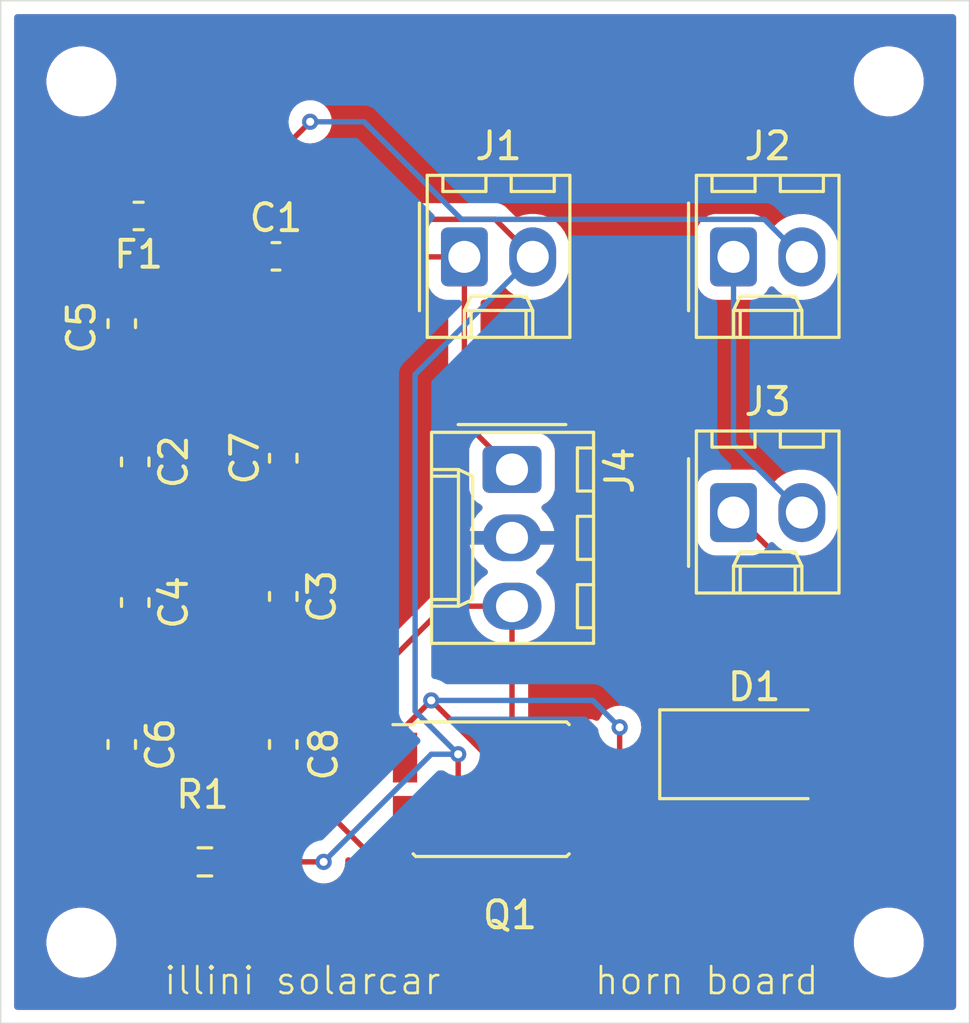
<source format=kicad_pcb>
(kicad_pcb (version 20240108) (generator "pcbnew") (generator_version "8.0")
  (layers (0 "F.Cu" signal) (31 "B.Cu" signal) (34 "B.Paste" user) (35 "F.Paste" user) (36 "B.SilkS" user "B.Silkscreen") (37 "F.SilkS" user "F.Silkscreen") (38 "B.Mask" user) (39 "F.Mask" user) (44 "Edge.Cuts" user))
  (net 0 "")
  (net 1 "GND")
  (net 2 "Net-(J1-Pin_2)")
  (net 3 "+24V")
  (net 4 "Net-(D1-K)")
  (net 5 "Net-(D1-A)")
  (net 6 "Net-(J2-Pin_2)")
  (net 7 "Net-(J2-Pin_1)")
  (footprint "Fuse:Fuse_0603_1608Metric_Pad1.05x0.95mm_HandSolder" (layer "F.Cu") (at 123.125 76 180)
    (property "Reference" "F1" (at 0 -1.43 0) (layer "F.SilkS"))
    (property "Value" "2A")
    (fp_line (start -0.171267 0.51) (end 0.171267 0.51) (stroke (width 0.12)) (layer "F.SilkS"))
    (fp_line (start -0.171267 -0.51) (end 0.171267 -0.51) (stroke (width 0.12)) (layer "F.SilkS"))
    (pad "1" smd roundrect (at -0.875 0 180) (size 1.05 0.95) (layers "F.Cu" "F.Paste" "F.Mask") (net 6 "Net-(J2-Pin_2)"))
    (pad "2" smd roundrect (at 0.875 0 180) (size 1.05 0.95) (layers "F.Cu" "F.Paste" "F.Mask") (net 3 "+24V"))
  )
  (footprint "Connector_Molex:Molex_KK-254_AE-6410-02A_1x02_P2.54mm_Vertical" (layer "F.Cu") (at 135.23 77.52)
    (property "Reference" "J1" (at 1.27 -4.12 0) (layer "F.SilkS"))
    (property "Value" "Conn_01x02")
    (fp_line (start -1.67 -2) (end -1.67 2) (stroke (width 0.12)) (layer "F.SilkS"))
    (fp_line (start -1.38 -3.03) (end -1.38 2.99) (stroke (width 0.12)) (layer "F.SilkS"))
    (fp_line (start -1.38 2.99) (end 3.92 2.99) (stroke (width 0.12)) (layer "F.SilkS"))
    (fp_line (start -0.8 -3.03) (end -0.8 -2.43) (stroke (width 0.12)) (layer "F.SilkS"))
    (fp_line (start -0.8 -2.43) (end 0.8 -2.43) (stroke (width 0.12)) (layer "F.SilkS"))
    (fp_line (start 0 1.99) (end 0.25 1.46) (stroke (width 0.12)) (layer "F.SilkS"))
    (fp_line (start 0 1.99) (end 2.54 1.99) (stroke (width 0.12)) (layer "F.SilkS"))
    (fp_line (start 0 2.99) (end 0 1.99) (stroke (width 0.12)) (layer "F.SilkS"))
    (fp_line (start 0.25 1.46) (end 2.29 1.46) (stroke (width 0.12)) (layer "F.SilkS"))
    (fp_line (start 0.25 2.99) (end 0.25 1.99) (stroke (width 0.12)) (layer "F.SilkS"))
    (fp_line (start 0.8 -2.43) (end 0.8 -3.03) (stroke (width 0.12)) (layer "F.SilkS"))
    (fp_line (start 1.74 -3.03) (end 1.74 -2.43) (stroke (width 0.12)) (layer "F.SilkS"))
    (fp_line (start 1.74 -2.43) (end 3.34 -2.43) (stroke (width 0.12)) (layer "F.SilkS"))
    (fp_line (start 2.29 1.46) (end 2.54 1.99) (stroke (width 0.12)) (layer "F.SilkS"))
    (fp_line (start 2.29 2.99) (end 2.29 1.99) (stroke (width 0.12)) (layer "F.SilkS"))
    (fp_line (start 2.54 1.99) (end 2.54 2.99) (stroke (width 0.12)) (layer "F.SilkS"))
    (fp_line (start 3.34 -2.43) (end 3.34 -3.03) (stroke (width 0.12)) (layer "F.SilkS"))
    (fp_line (start 3.92 -3.03) (end -1.38 -3.03) (stroke (width 0.12)) (layer "F.SilkS"))
    (fp_line (start 3.92 2.99) (end 3.92 -3.03) (stroke (width 0.12)) (layer "F.SilkS"))
    (pad "1" thru_hole roundrect (at 0 0) (size 1.74 2.19) (drill 1.19) (layers "*.Cu" "*.Mask" "In1.Cu" "In2.Cu" "In3.Cu" "In4.Cu" "In5.Cu" "In6.Cu" "In7.Cu" "In8.Cu" "In9.Cu" "In10.Cu" "In11.Cu" "In12.Cu" "In13.Cu" "In14.Cu" "In15.Cu" "In16.Cu" "In17.Cu" "In18.Cu" "In19.Cu" "In20.Cu" "In21.Cu" "In22.Cu" "In23.Cu" "In24.Cu" "In25.Cu" "In26.Cu" "In27.Cu" "In28.Cu" "In29.Cu" "In30.Cu") (roundrect_rratio 0.143678) (net 1 "GND"))
    (pad "2" thru_hole oval (at 2.54 0) (size 1.74 2.19) (drill 1.19) (layers "*.Cu" "*.Mask" "In1.Cu" "In2.Cu" "In3.Cu" "In4.Cu" "In5.Cu" "In6.Cu" "In7.Cu" "In8.Cu" "In9.Cu" "In10.Cu" "In11.Cu" "In12.Cu" "In13.Cu" "In14.Cu" "In15.Cu" "In16.Cu" "In17.Cu" "In18.Cu" "In19.Cu" "In20.Cu" "In21.Cu" "In22.Cu" "In23.Cu" "In24.Cu" "In25.Cu" "In26.Cu" "In27.Cu" "In28.Cu" "In29.Cu" "In30.Cu") (net 2 "Net-(J1-Pin_2)"))
  )
  (footprint "Resistor_SMD:R_0603_1608Metric_Pad0.98x0.95mm_HandSolder" (layer "F.Cu") (at 125.5875 100 180)
    (property "Reference" "R1" (at 0.0875 2.5 0) (layer "F.SilkS"))
    (property "Value" "1k")
    (fp_line (start -0.254724 0.5225) (end 0.254724 0.5225) (stroke (width 0.12)) (layer "F.SilkS"))
    (fp_line (start -0.254724 -0.5225) (end 0.254724 -0.5225) (stroke (width 0.12)) (layer "F.SilkS"))
    (pad "1" smd roundrect (at -0.9125 0 180) (size 0.975 0.95) (layers "F.Cu" "F.Paste" "F.Mask") (net 2 "Net-(J1-Pin_2)"))
    (pad "2" smd roundrect (at 0.9125 0 180) (size 0.975 0.95) (layers "F.Cu" "F.Paste" "F.Mask") (net 1 "GND"))
  )
  (footprint "Capacitor_SMD:C_0603_1608Metric_Pad1.08x0.95mm_HandSolder" (layer "F.Cu") (at 122.5 80 90)
    (property "Reference" "C5" (at -0.1375 -1.5 90) (layer "F.SilkS"))
    (property "Value" "1uf")
    (fp_line (start -0.146267 -0.51) (end 0.146267 -0.51) (stroke (width 0.12)) (layer "F.SilkS"))
    (fp_line (start -0.146267 0.51) (end 0.146267 0.51) (stroke (width 0.12)) (layer "F.SilkS"))
    (pad "1" smd roundrect (at -0.8625 0 90) (size 1.075 0.95) (layers "F.Cu" "F.Paste" "F.Mask") (net 3 "+24V"))
    (pad "2" smd roundrect (at 0.8625 0 90) (size 1.075 0.95) (layers "F.Cu" "F.Paste" "F.Mask") (net 1 "GND"))
  )
  (footprint "MountingHole:MountingHole_2.1mm" (layer "F.Cu") (at 151 103)
    (property "Reference" "REF**" (hide yes))
    (property "Value" "MountingHole_2.1mm" (hide yes))
    (pad "" np_thru_hole circle (at 0 0) (size 2.1 2.1) (drill 2.1) (layers "*.Cu" "*.Mask" "In1.Cu" "In2.Cu" "In3.Cu" "In4.Cu" "In5.Cu" "In6.Cu" "In7.Cu" "In8.Cu" "In9.Cu" "In10.Cu" "In11.Cu" "In12.Cu" "In13.Cu" "In14.Cu" "In15.Cu" "In16.Cu" "In17.Cu" "In18.Cu" "In19.Cu" "In20.Cu" "In21.Cu" "In22.Cu" "In23.Cu" "In24.Cu" "In25.Cu" "In26.Cu" "In27.Cu" "In28.Cu" "In29.Cu" "In30.Cu"))
  )
  (footprint "Capacitor_SMD:C_0603_1608Metric_Pad1.08x0.95mm_HandSolder" (layer "F.Cu") (at 128.5 90.1375 -90)
    (property "Reference" "C3" (at 0 -1.43 90) (layer "F.SilkS"))
    (property "Value" "0.1uf")
    (fp_line (start -0.146267 0.51) (end 0.146267 0.51) (stroke (width 0.12)) (layer "F.SilkS"))
    (fp_line (start -0.146267 -0.51) (end 0.146267 -0.51) (stroke (width 0.12)) (layer "F.SilkS"))
    (pad "1" smd roundrect (at -0.8625 0 270) (size 1.075 0.95) (layers "F.Cu" "F.Paste" "F.Mask") (net 3 "+24V"))
    (pad "2" smd roundrect (at 0.8625 0 270) (size 1.075 0.95) (layers "F.Cu" "F.Paste" "F.Mask") (net 1 "GND"))
  )
  (footprint "MountingHole:MountingHole_2.1mm" (layer "F.Cu") (at 121 103)
    (property "Reference" "REF**" (hide yes))
    (property "Value" "MountingHole_2.1mm" (hide yes))
    (pad "" np_thru_hole circle (at 0 0) (size 2.1 2.1) (drill 2.1) (layers "*.Cu" "*.Mask" "In1.Cu" "In2.Cu" "In3.Cu" "In4.Cu" "In5.Cu" "In6.Cu" "In7.Cu" "In8.Cu" "In9.Cu" "In10.Cu" "In11.Cu" "In12.Cu" "In13.Cu" "In14.Cu" "In15.Cu" "In16.Cu" "In17.Cu" "In18.Cu" "In19.Cu" "In20.Cu" "In21.Cu" "In22.Cu" "In23.Cu" "In24.Cu" "In25.Cu" "In26.Cu" "In27.Cu" "In28.Cu" "In29.Cu" "In30.Cu"))
  )
  (footprint "Capacitor_SMD:C_0603_1608Metric_Pad1.08x0.95mm_HandSolder" (layer "F.Cu") (at 128.5 95.6375 -90)
    (property "Reference" "C8" (at 0.3625 -1.5 90) (layer "F.SilkS"))
    (property "Value" "10uf")
    (fp_line (start -0.146267 0.51) (end 0.146267 0.51) (stroke (width 0.12)) (layer "F.SilkS"))
    (fp_line (start -0.146267 -0.51) (end 0.146267 -0.51) (stroke (width 0.12)) (layer "F.SilkS"))
    (pad "1" smd roundrect (at -0.8625 0 270) (size 1.075 0.95) (layers "F.Cu" "F.Paste" "F.Mask") (net 3 "+24V"))
    (pad "2" smd roundrect (at 0.8625 0 270) (size 1.075 0.95) (layers "F.Cu" "F.Paste" "F.Mask") (net 1 "GND"))
  )
  (footprint "Capacitor_SMD:C_0603_1608Metric_Pad1.08x0.95mm_HandSolder" (layer "F.Cu") (at 123 90.3625 -90)
    (property "Reference" "C4" (at 0 -1.43 90) (layer "F.SilkS"))
    (property "Value" "0.1uf")
    (fp_line (start -0.146267 0.51) (end 0.146267 0.51) (stroke (width 0.12)) (layer "F.SilkS"))
    (fp_line (start -0.146267 -0.51) (end 0.146267 -0.51) (stroke (width 0.12)) (layer "F.SilkS"))
    (pad "1" smd roundrect (at -0.8625 0 270) (size 1.075 0.95) (layers "F.Cu" "F.Paste" "F.Mask") (net 3 "+24V"))
    (pad "2" smd roundrect (at 0.8625 0 270) (size 1.075 0.95) (layers "F.Cu" "F.Paste" "F.Mask") (net 1 "GND"))
  )
  (footprint "MountingHole:MountingHole_2.1mm" (layer "F.Cu") (at 121 71)
    (property "Reference" "REF**" (hide yes))
    (property "Value" "MountingHole_2.1mm" (hide yes))
    (pad "" np_thru_hole circle (at 0 0) (size 2.1 2.1) (drill 2.1) (layers "*.Cu" "*.Mask" "In1.Cu" "In2.Cu" "In3.Cu" "In4.Cu" "In5.Cu" "In6.Cu" "In7.Cu" "In8.Cu" "In9.Cu" "In10.Cu" "In11.Cu" "In12.Cu" "In13.Cu" "In14.Cu" "In15.Cu" "In16.Cu" "In17.Cu" "In18.Cu" "In19.Cu" "In20.Cu" "In21.Cu" "In22.Cu" "In23.Cu" "In24.Cu" "In25.Cu" "In26.Cu" "In27.Cu" "In28.Cu" "In29.Cu" "In30.Cu"))
  )
  (footprint "Connector_Molex:Molex_KK-254_AE-6410-03A_1x03_P2.54mm_Vertical" (layer "F.Cu") (at 137 85.42 -90)
    (property "Reference" "J4" (at 0.04 -4 90) (layer "F.SilkS"))
    (property "Value" "Conn_01x03")
    (fp_line (start -1.38 2.99) (end 6.46 2.99) (stroke (width 0.12)) (layer "F.SilkS"))
    (fp_line (start 0 2.99) (end 0 1.99) (stroke (width 0.12)) (layer "F.SilkS"))
    (fp_line (start 0.25 2.99) (end 0.25 1.99) (stroke (width 0.12)) (layer "F.SilkS"))
    (fp_line (start 4.83 2.99) (end 4.83 1.99) (stroke (width 0.12)) (layer "F.SilkS"))
    (fp_line (start 6.46 2.99) (end 6.46 -3.03) (stroke (width 0.12)) (layer "F.SilkS"))
    (fp_line (start 0 1.99) (end 5.08 1.99) (stroke (width 0.12)) (layer "F.SilkS"))
    (fp_line (start 0 1.99) (end 0.25 1.46) (stroke (width 0.12)) (layer "F.SilkS"))
    (fp_line (start 5.08 1.99) (end 5.08 2.99) (stroke (width 0.12)) (layer "F.SilkS"))
    (fp_line (start 0.25 1.46) (end 4.83 1.46) (stroke (width 0.12)) (layer "F.SilkS"))
    (fp_line (start 4.83 1.46) (end 5.08 1.99) (stroke (width 0.12)) (layer "F.SilkS"))
    (fp_line (start -1.67 -2) (end -1.67 2) (stroke (width 0.12)) (layer "F.SilkS"))
    (fp_line (start -0.8 -2.43) (end 0.8 -2.43) (stroke (width 0.12)) (layer "F.SilkS"))
    (fp_line (start 0.8 -2.43) (end 0.8 -3.03) (stroke (width 0.12)) (layer "F.SilkS"))
    (fp_line (start 1.74 -2.43) (end 3.34 -2.43) (stroke (width 0.12)) (layer "F.SilkS"))
    (fp_line (start 3.34 -2.43) (end 3.34 -3.03) (stroke (width 0.12)) (layer "F.SilkS"))
    (fp_line (start 4.28 -2.43) (end 5.88 -2.43) (stroke (width 0.12)) (layer "F.SilkS"))
    (fp_line (start 5.88 -2.43) (end 5.88 -3.03) (stroke (width 0.12)) (layer "F.SilkS"))
    (fp_line (start -1.38 -3.03) (end -1.38 2.99) (stroke (width 0.12)) (layer "F.SilkS"))
    (fp_line (start -0.8 -3.03) (end -0.8 -2.43) (stroke (width 0.12)) (layer "F.SilkS"))
    (fp_line (start 1.74 -3.03) (end 1.74 -2.43) (stroke (width 0.12)) (layer "F.SilkS"))
    (fp_line (start 4.28 -3.03) (end 4.28 -2.43) (stroke (width 0.12)) (layer "F.SilkS"))
    (fp_line (start 6.46 -3.03) (end -1.38 -3.03) (stroke (width 0.12)) (layer "F.SilkS"))
    (pad "1" thru_hole roundrect (at 0 0 270) (size 1.74 2.19) (drill 1.19) (layers "*.Cu" "*.Mask" "In1.Cu" "In2.Cu" "In3.Cu" "In4.Cu" "In5.Cu" "In6.Cu" "In7.Cu" "In8.Cu" "In9.Cu" "In10.Cu" "In11.Cu" "In12.Cu" "In13.Cu" "In14.Cu" "In15.Cu" "In16.Cu" "In17.Cu" "In18.Cu" "In19.Cu" "In20.Cu" "In21.Cu" "In22.Cu" "In23.Cu" "In24.Cu" "In25.Cu" "In26.Cu" "In27.Cu" "In28.Cu" "In29.Cu" "In30.Cu") (roundrect_rratio 0.143678) (net 1 "GND"))
    (pad "2" thru_hole oval (at 2.54 0 270) (size 1.74 2.19) (drill 1.19) (layers "*.Cu" "*.Mask" "In1.Cu" "In2.Cu" "In3.Cu" "In4.Cu" "In5.Cu" "In6.Cu" "In7.Cu" "In8.Cu" "In9.Cu" "In10.Cu" "In11.Cu" "In12.Cu" "In13.Cu" "In14.Cu" "In15.Cu" "In16.Cu" "In17.Cu" "In18.Cu" "In19.Cu" "In20.Cu" "In21.Cu" "In22.Cu" "In23.Cu" "In24.Cu" "In25.Cu" "In26.Cu" "In27.Cu" "In28.Cu" "In29.Cu" "In30.Cu") (net 3 "+24V"))
    (pad "3" thru_hole oval (at 5.08 0 270) (size 1.74 2.19) (drill 1.19) (layers "*.Cu" "*.Mask" "In1.Cu" "In2.Cu" "In3.Cu" "In4.Cu" "In5.Cu" "In6.Cu" "In7.Cu" "In8.Cu" "In9.Cu" "In10.Cu" "In11.Cu" "In12.Cu" "In13.Cu" "In14.Cu" "In15.Cu" "In16.Cu" "In17.Cu" "In18.Cu" "In19.Cu" "In20.Cu" "In21.Cu" "In22.Cu" "In23.Cu" "In24.Cu" "In25.Cu" "In26.Cu" "In27.Cu" "In28.Cu" "In29.Cu" "In30.Cu") (net 1 "GND"))
  )
  (footprint "Capacitor_SMD:C_0603_1608Metric_Pad1.08x0.95mm_HandSolder" (layer "F.Cu") (at 122.5 95.6375 -90)
    (property "Reference" "C6" (at 0 -1.43 90) (layer "F.SilkS"))
    (property "Value" "1uf")
    (fp_line (start -0.146267 0.51) (end 0.146267 0.51) (stroke (width 0.12)) (layer "F.SilkS"))
    (fp_line (start -0.146267 -0.51) (end 0.146267 -0.51) (stroke (width 0.12)) (layer "F.SilkS"))
    (pad "1" smd roundrect (at -0.8625 0 270) (size 1.075 0.95) (layers "F.Cu" "F.Paste" "F.Mask") (net 3 "+24V"))
    (pad "2" smd roundrect (at 0.8625 0 270) (size 1.075 0.95) (layers "F.Cu" "F.Paste" "F.Mask") (net 1 "GND"))
  )
  (footprint "Connector_Molex:Molex_KK-254_AE-6410-02A_1x02_P2.54mm_Vertical" (layer "F.Cu") (at 145.23 87.02)
    (property "Reference" "J3" (at 1.27 -4.12 0) (layer "F.SilkS"))
    (property "Value" "Conn_01x02")
    (fp_line (start -1.67 -2) (end -1.67 2) (stroke (width 0.12)) (layer "F.SilkS"))
    (fp_line (start -1.38 -3.03) (end -1.38 2.99) (stroke (width 0.12)) (layer "F.SilkS"))
    (fp_line (start -1.38 2.99) (end 3.92 2.99) (stroke (width 0.12)) (layer "F.SilkS"))
    (fp_line (start -0.8 -3.03) (end -0.8 -2.43) (stroke (width 0.12)) (layer "F.SilkS"))
    (fp_line (start -0.8 -2.43) (end 0.8 -2.43) (stroke (width 0.12)) (layer "F.SilkS"))
    (fp_line (start 0 1.99) (end 0.25 1.46) (stroke (width 0.12)) (layer "F.SilkS"))
    (fp_line (start 0 1.99) (end 2.54 1.99) (stroke (width 0.12)) (layer "F.SilkS"))
    (fp_line (start 0 2.99) (end 0 1.99) (stroke (width 0.12)) (layer "F.SilkS"))
    (fp_line (start 0.25 1.46) (end 2.29 1.46) (stroke (width 0.12)) (layer "F.SilkS"))
    (fp_line (start 0.25 2.99) (end 0.25 1.99) (stroke (width 0.12)) (layer "F.SilkS"))
    (fp_line (start 0.8 -2.43) (end 0.8 -3.03) (stroke (width 0.12)) (layer "F.SilkS"))
    (fp_line (start 1.74 -3.03) (end 1.74 -2.43) (stroke (width 0.12)) (layer "F.SilkS"))
    (fp_line (start 1.74 -2.43) (end 3.34 -2.43) (stroke (width 0.12)) (layer "F.SilkS"))
    (fp_line (start 2.29 1.46) (end 2.54 1.99) (stroke (width 0.12)) (layer "F.SilkS"))
    (fp_line (start 2.29 2.99) (end 2.29 1.99) (stroke (width 0.12)) (layer "F.SilkS"))
    (fp_line (start 2.54 1.99) (end 2.54 2.99) (stroke (width 0.12)) (layer "F.SilkS"))
    (fp_line (start 3.34 -2.43) (end 3.34 -3.03) (stroke (width 0.12)) (layer "F.SilkS"))
    (fp_line (start 3.92 -3.03) (end -1.38 -3.03) (stroke (width 0.12)) (layer "F.SilkS"))
    (fp_line (start 3.92 2.99) (end 3.92 -3.03) (stroke (width 0.12)) (layer "F.SilkS"))
    (pad "1" thru_hole roundrect (at 0 0) (size 1.74 2.19) (drill 1.19) (layers "*.Cu" "*.Mask" "In1.Cu" "In2.Cu" "In3.Cu" "In4.Cu" "In5.Cu" "In6.Cu" "In7.Cu" "In8.Cu" "In9.Cu" "In10.Cu" "In11.Cu" "In12.Cu" "In13.Cu" "In14.Cu" "In15.Cu" "In16.Cu" "In17.Cu" "In18.Cu" "In19.Cu" "In20.Cu" "In21.Cu" "In22.Cu" "In23.Cu" "In24.Cu" "In25.Cu" "In26.Cu" "In27.Cu" "In28.Cu" "In29.Cu" "In30.Cu") (roundrect_rratio 0.143678) (net 5 "Net-(D1-A)"))
    (pad "2" thru_hole oval (at 2.54 0) (size 1.74 2.19) (drill 1.19) (layers "*.Cu" "*.Mask" "In1.Cu" "In2.Cu" "In3.Cu" "In4.Cu" "In5.Cu" "In6.Cu" "In7.Cu" "In8.Cu" "In9.Cu" "In10.Cu" "In11.Cu" "In12.Cu" "In13.Cu" "In14.Cu" "In15.Cu" "In16.Cu" "In17.Cu" "In18.Cu" "In19.Cu" "In20.Cu" "In21.Cu" "In22.Cu" "In23.Cu" "In24.Cu" "In25.Cu" "In26.Cu" "In27.Cu" "In28.Cu" "In29.Cu" "In30.Cu") (net 7 "Net-(J2-Pin_1)"))
  )
  (footprint "Connector_Molex:Molex_KK-254_AE-6410-02A_1x02_P2.54mm_Vertical" (layer "F.Cu") (at 145.23 77.52)
    (property "Reference" "J2" (at 1.27 -4.12 0) (layer "F.SilkS"))
    (property "Value" "Conn_01x02")
    (fp_line (start -1.67 -2) (end -1.67 2) (stroke (width 0.12)) (layer "F.SilkS"))
    (fp_line (start -1.38 -3.03) (end -1.38 2.99) (stroke (width 0.12)) (layer "F.SilkS"))
    (fp_line (start -1.38 2.99) (end 3.92 2.99) (stroke (width 0.12)) (layer "F.SilkS"))
    (fp_line (start -0.8 -3.03) (end -0.8 -2.43) (stroke (width 0.12)) (layer "F.SilkS"))
    (fp_line (start -0.8 -2.43) (end 0.8 -2.43) (stroke (width 0.12)) (layer "F.SilkS"))
    (fp_line (start 0 1.99) (end 0.25 1.46) (stroke (width 0.12)) (layer "F.SilkS"))
    (fp_line (start 0 1.99) (end 2.54 1.99) (stroke (width 0.12)) (layer "F.SilkS"))
    (fp_line (start 0 2.99) (end 0 1.99) (stroke (width 0.12)) (layer "F.SilkS"))
    (fp_line (start 0.25 1.46) (end 2.29 1.46) (stroke (width 0.12)) (layer "F.SilkS"))
    (fp_line (start 0.25 2.99) (end 0.25 1.99) (stroke (width 0.12)) (layer "F.SilkS"))
    (fp_line (start 0.8 -2.43) (end 0.8 -3.03) (stroke (width 0.12)) (layer "F.SilkS"))
    (fp_line (start 1.74 -3.03) (end 1.74 -2.43) (stroke (width 0.12)) (layer "F.SilkS"))
    (fp_line (start 1.74 -2.43) (end 3.34 -2.43) (stroke (width 0.12)) (layer "F.SilkS"))
    (fp_line (start 2.29 1.46) (end 2.54 1.99) (stroke (width 0.12)) (layer "F.SilkS"))
    (fp_line (start 2.29 2.99) (end 2.29 1.99) (stroke (width 0.12)) (layer "F.SilkS"))
    (fp_line (start 2.54 1.99) (end 2.54 2.99) (stroke (width 0.12)) (layer "F.SilkS"))
    (fp_line (start 3.34 -2.43) (end 3.34 -3.03) (stroke (width 0.12)) (layer "F.SilkS"))
    (fp_line (start 3.92 -3.03) (end -1.38 -3.03) (stroke (width 0.12)) (layer "F.SilkS"))
    (fp_line (start 3.92 2.99) (end 3.92 -3.03) (stroke (width 0.12)) (layer "F.SilkS"))
    (pad "1" thru_hole roundrect (at 0 0) (size 1.74 2.19) (drill 1.19) (layers "*.Cu" "*.Mask" "In1.Cu" "In2.Cu" "In3.Cu" "In4.Cu" "In5.Cu" "In6.Cu" "In7.Cu" "In8.Cu" "In9.Cu" "In10.Cu" "In11.Cu" "In12.Cu" "In13.Cu" "In14.Cu" "In15.Cu" "In16.Cu" "In17.Cu" "In18.Cu" "In19.Cu" "In20.Cu" "In21.Cu" "In22.Cu" "In23.Cu" "In24.Cu" "In25.Cu" "In26.Cu" "In27.Cu" "In28.Cu" "In29.Cu" "In30.Cu") (roundrect_rratio 0.143678) (net 7 "Net-(J2-Pin_1)"))
    (pad "2" thru_hole oval (at 2.54 0) (size 1.74 2.19) (drill 1.19) (layers "*.Cu" "*.Mask" "In1.Cu" "In2.Cu" "In3.Cu" "In4.Cu" "In5.Cu" "In6.Cu" "In7.Cu" "In8.Cu" "In9.Cu" "In10.Cu" "In11.Cu" "In12.Cu" "In13.Cu" "In14.Cu" "In15.Cu" "In16.Cu" "In17.Cu" "In18.Cu" "In19.Cu" "In20.Cu" "In21.Cu" "In22.Cu" "In23.Cu" "In24.Cu" "In25.Cu" "In26.Cu" "In27.Cu" "In28.Cu" "In29.Cu" "In30.Cu") (net 6 "Net-(J2-Pin_2)"))
  )
  (footprint "Diode_SMD:D_SMA" (layer "F.Cu") (at 146 96)
    (property "Reference" "D1" (at 0 -2.5 0) (layer "F.SilkS"))
    (property "Value" "US2DA")
    (fp_line (start -3.51 -1.65) (end -3.51 1.65) (stroke (width 0.12)) (layer "F.SilkS"))
    (fp_line (start -3.51 -1.65) (end 2 -1.65) (stroke (width 0.12)) (layer "F.SilkS"))
    (fp_line (start -3.51 1.65) (end 2 1.65) (stroke (width 0.12)) (layer "F.SilkS"))
    (pad "1" smd roundrect (at -2 0) (size 2.5 1.8) (layers "F.Cu" "F.Paste" "F.Mask") (roundrect_rratio 0.1388888889) (net 4 "Net-(D1-K)"))
    (pad "2" smd roundrect (at 2 0) (size 2.5 1.8) (layers "F.Cu" "F.Paste" "F.Mask") (roundrect_rratio 0.1388888889) (net 5 "Net-(D1-A)"))
  )
  (footprint "Capacitor_SMD:C_0603_1608Metric_Pad1.08x0.95mm_HandSolder" (layer "F.Cu") (at 128.5 85 90)
    (property "Reference" "C7" (at 0 -1.43 90) (layer "F.SilkS"))
    (property "Value" "10uf")
    (fp_line (start -0.146267 -0.51) (end 0.146267 -0.51) (stroke (width 0.12)) (layer "F.SilkS"))
    (fp_line (start -0.146267 0.51) (end 0.146267 0.51) (stroke (width 0.12)) (layer "F.SilkS"))
    (pad "1" smd roundrect (at -0.8625 0 90) (size 1.075 0.95) (layers "F.Cu" "F.Paste" "F.Mask") (net 3 "+24V"))
    (pad "2" smd roundrect (at 0.8625 0 90) (size 1.075 0.95) (layers "F.Cu" "F.Paste" "F.Mask") (net 1 "GND"))
  )
  (footprint "Capacitor_SMD:C_0603_1608Metric_Pad1.08x0.95mm_HandSolder" (layer "F.Cu") (at 123 85.1375 -90)
    (property "Reference" "C2" (at 0 -1.43 90) (layer "F.SilkS"))
    (property "Value" "0.1uf")
    (fp_line (start -0.146267 0.51) (end 0.146267 0.51) (stroke (width 0.12)) (layer "F.SilkS"))
    (fp_line (start -0.146267 -0.51) (end 0.146267 -0.51) (stroke (width 0.12)) (layer "F.SilkS"))
    (pad "1" smd roundrect (at -0.8625 0 270) (size 1.075 0.95) (layers "F.Cu" "F.Paste" "F.Mask") (net 3 "+24V"))
    (pad "2" smd roundrect (at 0.8625 0 270) (size 1.075 0.95) (layers "F.Cu" "F.Paste" "F.Mask") (net 1 "GND"))
  )
  (footprint "Package_DirectFET:DirectFET_MN" (layer "F.Cu") (at 136.225 97.3)
    (property "Reference" "Q1" (at 0.7 4.675 0) (layer "F.SilkS"))
    (property "Value" "IRF6646")
    (fp_line (start -3.65 -2.4) (end -2.9 -2.4) (stroke (width 0.12)) (layer "F.SilkS"))
    (fp_line (start -2.9 -2.4) (end -2.8 -2.5) (stroke (width 0.12)) (layer "F.SilkS"))
    (fp_line (start -2.8 -2.5) (end 2.8 -2.5) (stroke (width 0.12)) (layer "F.SilkS"))
    (fp_line (start -2.8 2.5) (end -2.9 2.4) (stroke (width 0.12)) (layer "F.SilkS"))
    (fp_line (start 2.8 -2.5) (end 2.9 -2.4) (stroke (width 0.12)) (layer "F.SilkS"))
    (fp_line (start 2.8 2.5) (end -2.8 2.5) (stroke (width 0.12)) (layer "F.SilkS"))
    (fp_line (start 2.9 2.4) (end 2.8 2.5) (stroke (width 0.12)) (layer "F.SilkS"))
    (pad "1" smd rect (at -3.2 -1.175) (size 0.9 1.85) (layers "F.Cu" "F.Paste" "F.Mask") (net 4 "Net-(D1-K)"))
    (pad "1" smd rect (at -3.2 1.175) (size 0.9 1.85) (layers "F.Cu" "F.Paste" "F.Mask") (net 4 "Net-(D1-K)"))
    (pad "1" smd rect (at 3.2 -1.175) (size 0.9 1.85) (layers "F.Cu" "F.Paste" "F.Mask") (net 4 "Net-(D1-K)"))
    (pad "1" smd rect (at 3.2 1.175) (size 0.9 1.85) (layers "F.Cu" "F.Paste" "F.Mask") (net 4 "Net-(D1-K)"))
    (pad "2" smd rect (at -1.125 0) (size 0.85 0.95) (layers "F.Cu" "F.Paste" "F.Mask") (net 2 "Net-(J1-Pin_2)"))
    (pad "3" smd rect (at 0.775 -0.7) (size 1.45 0.95) (layers "F.Cu" "F.Paste" "F.Mask") (net 1 "GND"))
    (pad "3" smd rect (at 0.775 0.7) (size 1.45 0.95) (layers "F.Cu" "F.Paste" "F.Mask") (net 1 "GND"))
  )
  (footprint "MountingHole:MountingHole_2.1mm" (layer "F.Cu") (at 151 71)
    (property "Reference" "REF**" (hide yes))
    (property "Value" "MountingHole_2.1mm" (hide yes))
    (pad "" np_thru_hole circle (at 0 0) (size 2.1 2.1) (drill 2.1) (layers "*.Cu" "*.Mask" "In1.Cu" "In2.Cu" "In3.Cu" "In4.Cu" "In5.Cu" "In6.Cu" "In7.Cu" "In8.Cu" "In9.Cu" "In10.Cu" "In11.Cu" "In12.Cu" "In13.Cu" "In14.Cu" "In15.Cu" "In16.Cu" "In17.Cu" "In18.Cu" "In19.Cu" "In20.Cu" "In21.Cu" "In22.Cu" "In23.Cu" "In24.Cu" "In25.Cu" "In26.Cu" "In27.Cu" "In28.Cu" "In29.Cu" "In30.Cu"))
  )
  (footprint "Capacitor_SMD:C_0603_1608Metric_Pad1.08x0.95mm_HandSolder" (layer "F.Cu") (at 128.23 77.5)
    (property "Reference" "C1" (at 0 -1.43 0) (layer "F.SilkS"))
    (property "Value" "0.1uf")
    (fp_line (start -0.146267 -0.51) (end 0.146267 -0.51) (stroke (width 0.12)) (layer "F.SilkS"))
    (fp_line (start -0.146267 0.51) (end 0.146267 0.51) (stroke (width 0.12)) (layer "F.SilkS"))
    (pad "1" smd roundrect (at -0.8625 0) (size 1.075 0.95) (layers "F.Cu" "F.Paste" "F.Mask") (net 2 "Net-(J1-Pin_2)"))
    (pad "2" smd roundrect (at 0.8625 0) (size 1.075 0.95) (layers "F.Cu" "F.Paste" "F.Mask") (net 1 "GND"))
  )
  (gr_rect (start 118 68) (end 154 106) (stroke (width 0.05)) (fill none) (layer "Edge.Cuts"))
  (gr_text "illini solarcar\n" (at 124 105 0) (layer "F.SilkS") (effects (font (size 1 1) (thickness 0.1)) (justify left bottom)))
  (gr_text "horn board" (at 140 105 0) (layer "F.SilkS") (effects (font (size 1 1) (thickness 0.1)) (justify left bottom)))
  (segment (start 123 86) (end 123.775 86.775) (width 0.2) (layer "F.Cu") (net 1))
  (segment (start 128.5 91) (end 127.725 91.775) (width 0.2) (layer "F.Cu") (net 1))
  (segment (start 123.775 86.775) (end 126.4125 84.1375) (width 0.2) (layer "F.Cu") (net 1))
  (segment (start 123.775 86.775) (end 123.775 90.45) (width 0.2) (layer "F.Cu") (net 1))
  (segment (start 137 98) (end 135.3 99.7) (width 0.2) (layer "F.Cu") (net 1))
  (segment (start 122.5 96.5) (end 122.5 97.825) (width 0.2) (layer "F.Cu") (net 1))
  (segment (start 125 100) (end 124.675 100) (width 0.2) (layer "F.Cu") (net 1))
  (segment (start 126.4125 84.1375) (end 128.5 84.1375) (width 0.2) (layer "F.Cu") (net 1))
  (segment (start 123.8375 99.1625) (end 124.675 100) (width 0.2) (layer "F.Cu") (net 1))
  (segment (start 122.5 79.1375) (end 126.3625 83) (width 0.2) (layer "F.Cu") (net 1))
  (segment (start 129.0925 78) (end 129.0925 77.5) (width 0.2) (layer "F.Cu") (net 1))
  (segment (start 137 90.5) (end 134.5 90.5) (width 0.2) (layer "F.Cu") (net 1))
  (segment (start 134.5 90.5) (end 128.5 96.5) (width 0.2) (layer "F.Cu") (net 1))
  (segment (start 123.775 90.45) (end 123 91.225) (width 0.2) (layer "F.Cu") (net 1))
  (segment (start 126.3625 83) (end 129.0925 80.27) (width 0.2) (layer "F.Cu") (net 1))
  (segment (start 126.3625 83) (end 126.4125 83.05) (width 0.2) (layer "F.Cu") (net 1))
  (segment (start 135.23 77.52) (end 135.23 83.65) (width 0.2) (layer "F.Cu") (net 1))
  (segment (start 137 90.5) (end 137 96.6) (width 0.2) (layer "F.Cu") (net 1))
  (segment (start 123.775 99.1) (end 123.8375 99.1625) (width 0.2) (layer "F.Cu") (net 1))
  (segment (start 129.0925 80.27) (end 129.0925 78) (width 0.2) (layer "F.Cu") (net 1))
  (segment (start 127.725 91.775) (end 125 91.775) (width 0.2) (layer "F.Cu") (net 1))
  (segment (start 135.23 77.52) (end 129.5725 77.52) (width 0.2) (layer "F.Cu") (net 1))
  (segment (start 123.775 90.45) (end 123.775 93) (width 0.2) (layer "F.Cu") (net 1))
  (segment (start 135.23 83.65) (end 137 85.42) (width 0.2) (layer "F.Cu") (net 1))
  (segment (start 135.3 99.7) (end 131.7 99.7) (width 0.2) (layer "F.Cu") (net 1))
  (segment (start 128.5 96.5) (end 125 100) (width 0.2) (layer "F.Cu") (net 1))
  (segment (start 122.5 97.825) (end 123.8375 99.1625) (width 0.2) (layer "F.Cu") (net 1))
  (segment (start 125 91.775) (end 123.775 93) (width 0.2) (layer "F.Cu") (net 1))
  (segment (start 126.4125 83.05) (end 126.4125 84.1375) (width 0.2) (layer "F.Cu") (net 1))
  (segment (start 131.7 99.7) (end 128.5 96.5) (width 0.2) (layer "F.Cu") (net 1))
  (segment (start 129.5725 77.52) (end 129.0925 78) (width 0.2) (layer "F.Cu") (net 1))
  (segment (start 123.775 93) (end 123.775 99.1) (width 0.2) (layer "F.Cu") (net 1))
  (segment (start 135 96) (end 135 97.2) (width 0.2) (layer "F.Cu") (net 2))
  (segment (start 135 97.2) (end 135.1 97.3) (width 0.2) (layer "F.Cu") (net 2))
  (segment (start 126.5 100) (end 130 100) (width 0.2) (layer "F.Cu") (net 2))
  (segment (start 136.375 76.125) (end 137.77 77.52) (width 0.2) (layer "F.Cu") (net 2))
  (segment (start 128.7425 76.125) (end 136.375 76.125) (width 0.2) (layer "F.Cu") (net 2))
  (segment (start 127.3675 77.5) (end 128.7425 76.125) (width 0.2) (layer "F.Cu") (net 2))
  (via (at 130 100) (size 0.6) (drill 0.3) (layers "F.Cu" "B.Cu") (net 2))
  (via (at 135 96) (size 0.6) (drill 0.3) (layers "F.Cu" "B.Cu") (net 2))
  (segment (start 133.4 81.89) (end 133.4 94.4) (width 0.2) (layer "B.Cu") (net 2))
  (segment (start 137.77 77.52) (end 133.4 81.89) (width 0.2) (layer "B.Cu") (net 2))
  (segment (start 130 100) (end 134 96) (width 0.2) (layer "B.Cu") (net 2))
  (segment (start 133.4 94.4) (end 135 96) (width 0.2) (layer "B.Cu") (net 2))
  (segment (start 134 96) (end 135 96) (width 0.2) (layer "B.Cu") (net 2))
  (segment (start 135.425 98.475) (end 135.975 97.925) (width 0.2) (layer "F.Cu") (net 4))
  (segment (start 144 96) (end 141 96) (width 0.2) (layer "F.Cu") (net 4))
  (segment (start 139.425 98.475) (end 139.425 97.575) (width 0.2) (layer "F.Cu") (net 4))
  (segment (start 139.55 96) (end 139.425 96.125) (width 0.2) (layer "F.Cu") (net 4))
  (segment (start 139.425 96.125) (end 139.425 98.475) (width 0.2) (layer "F.Cu") (net 4))
  (segment (start 135.975 97.925) (end 135.975 95.975) (width 0.2) (layer "F.Cu") (net 4))
  (segment (start 133.025 94.975) (end 134 94) (width 0.2) (layer "F.Cu") (net 4))
  (segment (start 141 95) (end 141 96) (width 0.2) (layer "F.Cu") (net 4))
  (segment (start 133.025 96.125) (end 133.025 94.975) (width 0.2) (layer "F.Cu") (net 4))
  (segment (start 133.025 98.475) (end 135.425 98.475) (width 0.2) (layer "F.Cu") (net 4))
  (segment (start 141 96) (end 139.55 96) (width 0.2) (layer "F.Cu") (net 4))
  (segment (start 139.425 97.575) (end 141 96) (width 0.2) (layer "F.Cu") (net 4))
  (segment (start 135.975 95.975) (end 134 94) (width 0.2) (layer "F.Cu") (net 4))
  (via (at 134 94) (size 0.6) (drill 0.3) (layers "F.Cu" "B.Cu") (net 4))
  (via (at 141 95) (size 0.6) (drill 0.3) (layers "F.Cu" "B.Cu") (net 4))
  (segment (start 140 94) (end 140.5 94.5) (width 0.2) (layer "B.Cu") (net 4))
  (segment (start 140.5 94.5) (end 141 95) (width 0.2) (layer "B.Cu") (net 4))
  (segment (start 134 94) (end 138 94) (width 0.2) (layer "B.Cu") (net 4))
  (segment (start 138 94) (end 140 94) (width 0.2) (layer "B.Cu") (net 4))
  (segment (start 148 89.79) (end 145.23 87.02) (width 0.2) (layer "F.Cu") (net 5))
  (segment (start 148 96) (end 148 89.79) (width 0.2) (layer "F.Cu") (net 5))
  (segment (start 129.5 72.5) (end 126 76) (width 0.2) (layer "F.Cu") (net 6))
  (segment (start 126 76) (end 124 76) (width 0.2) (layer "F.Cu") (net 6))
  (via (at 129.5 72.5) (size 0.6) (drill 0.3) (layers "F.Cu" "B.Cu") (net 6))
  (segment (start 135.125 76.125) (end 131.5 72.5) (width 0.2) (layer "B.Cu") (net 6))
  (segment (start 131.5 72.5) (end 129.5 72.5) (width 0.2) (layer "B.Cu") (net 6))
  (segment (start 147.77 77.52) (end 146.375 76.125) (width 0.2) (layer "B.Cu") (net 6))
  (segment (start 146.375 76.125) (end 135.125 76.125) (width 0.2) (layer "B.Cu") (net 6))
  (segment (start 145.23 84.48) (end 147.77 87.02) (width 0.2) (layer "B.Cu") (net 7))
  (segment (start 145.23 77.52) (end 145.23 84.48) (width 0.2) (layer "B.Cu") (net 7))
  (zone (net 3) (net_name "+24V") (layers "F.Cu" "B.Cu") (connect_pads (clearance 0.5)) (min_thickness 0.25) (fill yes (thermal_gap 0.5) (thermal_bridge_width 0.5))
    (polygon (pts (xy 118 68) (xy 118 106) (xy 154 106) (xy 154 68)))
  )
)
</source>
